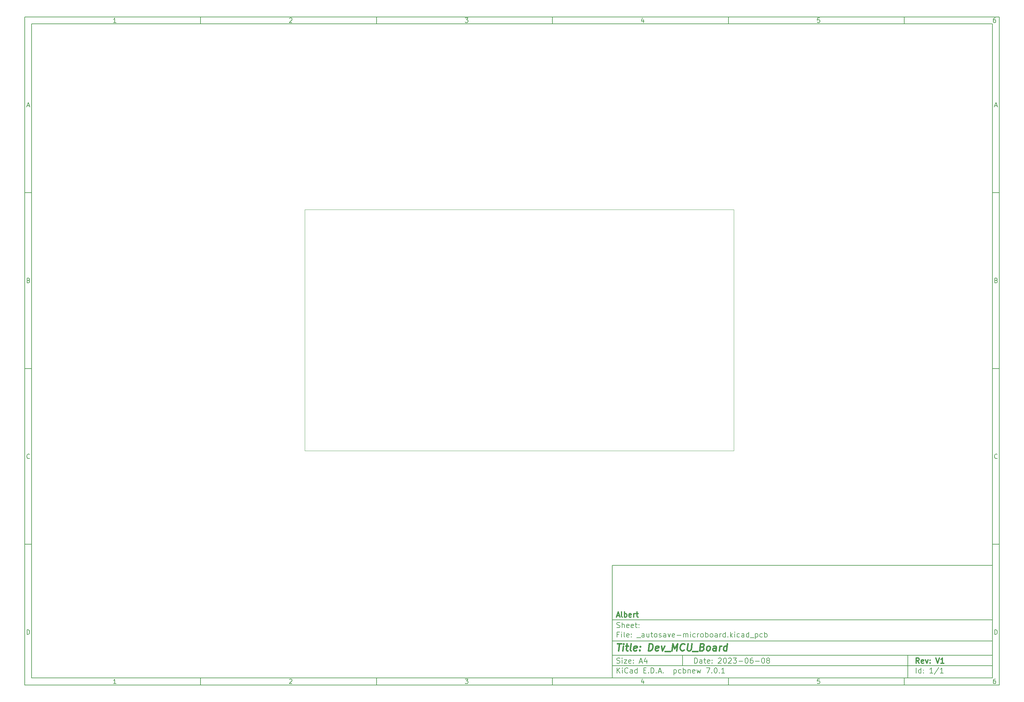
<source format=gbr>
%TF.GenerationSoftware,KiCad,Pcbnew,7.0.1*%
%TF.CreationDate,2023-06-08T12:37:54+02:00*%
%TF.ProjectId,_autosave-microboard,5f617574-6f73-4617-9665-2d6d6963726f,V1*%
%TF.SameCoordinates,Original*%
%TF.FileFunction,Profile,NP*%
%FSLAX46Y46*%
G04 Gerber Fmt 4.6, Leading zero omitted, Abs format (unit mm)*
G04 Created by KiCad (PCBNEW 7.0.1) date 2023-06-08 12:37:54*
%MOMM*%
%LPD*%
G01*
G04 APERTURE LIST*
%ADD10C,0.100000*%
%ADD11C,0.150000*%
%ADD12C,0.300000*%
%ADD13C,0.400000*%
%TA.AperFunction,Profile*%
%ADD14C,0.100000*%
%TD*%
G04 APERTURE END LIST*
D10*
D11*
X177002200Y-166007200D02*
X285002200Y-166007200D01*
X285002200Y-198007200D01*
X177002200Y-198007200D01*
X177002200Y-166007200D01*
D10*
D11*
X10000000Y-10000000D02*
X287002200Y-10000000D01*
X287002200Y-200007200D01*
X10000000Y-200007200D01*
X10000000Y-10000000D01*
D10*
D11*
X12000000Y-12000000D02*
X285002200Y-12000000D01*
X285002200Y-198007200D01*
X12000000Y-198007200D01*
X12000000Y-12000000D01*
D10*
D11*
X60000000Y-12000000D02*
X60000000Y-10000000D01*
D10*
D11*
X110000000Y-12000000D02*
X110000000Y-10000000D01*
D10*
D11*
X160000000Y-12000000D02*
X160000000Y-10000000D01*
D10*
D11*
X210000000Y-12000000D02*
X210000000Y-10000000D01*
D10*
D11*
X260000000Y-12000000D02*
X260000000Y-10000000D01*
D10*
D11*
X35990476Y-11601404D02*
X35247619Y-11601404D01*
X35619047Y-11601404D02*
X35619047Y-10301404D01*
X35619047Y-10301404D02*
X35495238Y-10487119D01*
X35495238Y-10487119D02*
X35371428Y-10610928D01*
X35371428Y-10610928D02*
X35247619Y-10672833D01*
D10*
D11*
X85247619Y-10425214D02*
X85309523Y-10363309D01*
X85309523Y-10363309D02*
X85433333Y-10301404D01*
X85433333Y-10301404D02*
X85742857Y-10301404D01*
X85742857Y-10301404D02*
X85866666Y-10363309D01*
X85866666Y-10363309D02*
X85928571Y-10425214D01*
X85928571Y-10425214D02*
X85990476Y-10549023D01*
X85990476Y-10549023D02*
X85990476Y-10672833D01*
X85990476Y-10672833D02*
X85928571Y-10858547D01*
X85928571Y-10858547D02*
X85185714Y-11601404D01*
X85185714Y-11601404D02*
X85990476Y-11601404D01*
D10*
D11*
X135185714Y-10301404D02*
X135990476Y-10301404D01*
X135990476Y-10301404D02*
X135557142Y-10796642D01*
X135557142Y-10796642D02*
X135742857Y-10796642D01*
X135742857Y-10796642D02*
X135866666Y-10858547D01*
X135866666Y-10858547D02*
X135928571Y-10920452D01*
X135928571Y-10920452D02*
X135990476Y-11044261D01*
X135990476Y-11044261D02*
X135990476Y-11353785D01*
X135990476Y-11353785D02*
X135928571Y-11477595D01*
X135928571Y-11477595D02*
X135866666Y-11539500D01*
X135866666Y-11539500D02*
X135742857Y-11601404D01*
X135742857Y-11601404D02*
X135371428Y-11601404D01*
X135371428Y-11601404D02*
X135247619Y-11539500D01*
X135247619Y-11539500D02*
X135185714Y-11477595D01*
D10*
D11*
X185866666Y-10734738D02*
X185866666Y-11601404D01*
X185557142Y-10239500D02*
X185247619Y-11168071D01*
X185247619Y-11168071D02*
X186052380Y-11168071D01*
D10*
D11*
X235928571Y-10301404D02*
X235309523Y-10301404D01*
X235309523Y-10301404D02*
X235247619Y-10920452D01*
X235247619Y-10920452D02*
X235309523Y-10858547D01*
X235309523Y-10858547D02*
X235433333Y-10796642D01*
X235433333Y-10796642D02*
X235742857Y-10796642D01*
X235742857Y-10796642D02*
X235866666Y-10858547D01*
X235866666Y-10858547D02*
X235928571Y-10920452D01*
X235928571Y-10920452D02*
X235990476Y-11044261D01*
X235990476Y-11044261D02*
X235990476Y-11353785D01*
X235990476Y-11353785D02*
X235928571Y-11477595D01*
X235928571Y-11477595D02*
X235866666Y-11539500D01*
X235866666Y-11539500D02*
X235742857Y-11601404D01*
X235742857Y-11601404D02*
X235433333Y-11601404D01*
X235433333Y-11601404D02*
X235309523Y-11539500D01*
X235309523Y-11539500D02*
X235247619Y-11477595D01*
D10*
D11*
X285866666Y-10301404D02*
X285619047Y-10301404D01*
X285619047Y-10301404D02*
X285495238Y-10363309D01*
X285495238Y-10363309D02*
X285433333Y-10425214D01*
X285433333Y-10425214D02*
X285309523Y-10610928D01*
X285309523Y-10610928D02*
X285247619Y-10858547D01*
X285247619Y-10858547D02*
X285247619Y-11353785D01*
X285247619Y-11353785D02*
X285309523Y-11477595D01*
X285309523Y-11477595D02*
X285371428Y-11539500D01*
X285371428Y-11539500D02*
X285495238Y-11601404D01*
X285495238Y-11601404D02*
X285742857Y-11601404D01*
X285742857Y-11601404D02*
X285866666Y-11539500D01*
X285866666Y-11539500D02*
X285928571Y-11477595D01*
X285928571Y-11477595D02*
X285990476Y-11353785D01*
X285990476Y-11353785D02*
X285990476Y-11044261D01*
X285990476Y-11044261D02*
X285928571Y-10920452D01*
X285928571Y-10920452D02*
X285866666Y-10858547D01*
X285866666Y-10858547D02*
X285742857Y-10796642D01*
X285742857Y-10796642D02*
X285495238Y-10796642D01*
X285495238Y-10796642D02*
X285371428Y-10858547D01*
X285371428Y-10858547D02*
X285309523Y-10920452D01*
X285309523Y-10920452D02*
X285247619Y-11044261D01*
D10*
D11*
X60000000Y-198007200D02*
X60000000Y-200007200D01*
D10*
D11*
X110000000Y-198007200D02*
X110000000Y-200007200D01*
D10*
D11*
X160000000Y-198007200D02*
X160000000Y-200007200D01*
D10*
D11*
X210000000Y-198007200D02*
X210000000Y-200007200D01*
D10*
D11*
X260000000Y-198007200D02*
X260000000Y-200007200D01*
D10*
D11*
X35990476Y-199608604D02*
X35247619Y-199608604D01*
X35619047Y-199608604D02*
X35619047Y-198308604D01*
X35619047Y-198308604D02*
X35495238Y-198494319D01*
X35495238Y-198494319D02*
X35371428Y-198618128D01*
X35371428Y-198618128D02*
X35247619Y-198680033D01*
D10*
D11*
X85247619Y-198432414D02*
X85309523Y-198370509D01*
X85309523Y-198370509D02*
X85433333Y-198308604D01*
X85433333Y-198308604D02*
X85742857Y-198308604D01*
X85742857Y-198308604D02*
X85866666Y-198370509D01*
X85866666Y-198370509D02*
X85928571Y-198432414D01*
X85928571Y-198432414D02*
X85990476Y-198556223D01*
X85990476Y-198556223D02*
X85990476Y-198680033D01*
X85990476Y-198680033D02*
X85928571Y-198865747D01*
X85928571Y-198865747D02*
X85185714Y-199608604D01*
X85185714Y-199608604D02*
X85990476Y-199608604D01*
D10*
D11*
X135185714Y-198308604D02*
X135990476Y-198308604D01*
X135990476Y-198308604D02*
X135557142Y-198803842D01*
X135557142Y-198803842D02*
X135742857Y-198803842D01*
X135742857Y-198803842D02*
X135866666Y-198865747D01*
X135866666Y-198865747D02*
X135928571Y-198927652D01*
X135928571Y-198927652D02*
X135990476Y-199051461D01*
X135990476Y-199051461D02*
X135990476Y-199360985D01*
X135990476Y-199360985D02*
X135928571Y-199484795D01*
X135928571Y-199484795D02*
X135866666Y-199546700D01*
X135866666Y-199546700D02*
X135742857Y-199608604D01*
X135742857Y-199608604D02*
X135371428Y-199608604D01*
X135371428Y-199608604D02*
X135247619Y-199546700D01*
X135247619Y-199546700D02*
X135185714Y-199484795D01*
D10*
D11*
X185866666Y-198741938D02*
X185866666Y-199608604D01*
X185557142Y-198246700D02*
X185247619Y-199175271D01*
X185247619Y-199175271D02*
X186052380Y-199175271D01*
D10*
D11*
X235928571Y-198308604D02*
X235309523Y-198308604D01*
X235309523Y-198308604D02*
X235247619Y-198927652D01*
X235247619Y-198927652D02*
X235309523Y-198865747D01*
X235309523Y-198865747D02*
X235433333Y-198803842D01*
X235433333Y-198803842D02*
X235742857Y-198803842D01*
X235742857Y-198803842D02*
X235866666Y-198865747D01*
X235866666Y-198865747D02*
X235928571Y-198927652D01*
X235928571Y-198927652D02*
X235990476Y-199051461D01*
X235990476Y-199051461D02*
X235990476Y-199360985D01*
X235990476Y-199360985D02*
X235928571Y-199484795D01*
X235928571Y-199484795D02*
X235866666Y-199546700D01*
X235866666Y-199546700D02*
X235742857Y-199608604D01*
X235742857Y-199608604D02*
X235433333Y-199608604D01*
X235433333Y-199608604D02*
X235309523Y-199546700D01*
X235309523Y-199546700D02*
X235247619Y-199484795D01*
D10*
D11*
X285866666Y-198308604D02*
X285619047Y-198308604D01*
X285619047Y-198308604D02*
X285495238Y-198370509D01*
X285495238Y-198370509D02*
X285433333Y-198432414D01*
X285433333Y-198432414D02*
X285309523Y-198618128D01*
X285309523Y-198618128D02*
X285247619Y-198865747D01*
X285247619Y-198865747D02*
X285247619Y-199360985D01*
X285247619Y-199360985D02*
X285309523Y-199484795D01*
X285309523Y-199484795D02*
X285371428Y-199546700D01*
X285371428Y-199546700D02*
X285495238Y-199608604D01*
X285495238Y-199608604D02*
X285742857Y-199608604D01*
X285742857Y-199608604D02*
X285866666Y-199546700D01*
X285866666Y-199546700D02*
X285928571Y-199484795D01*
X285928571Y-199484795D02*
X285990476Y-199360985D01*
X285990476Y-199360985D02*
X285990476Y-199051461D01*
X285990476Y-199051461D02*
X285928571Y-198927652D01*
X285928571Y-198927652D02*
X285866666Y-198865747D01*
X285866666Y-198865747D02*
X285742857Y-198803842D01*
X285742857Y-198803842D02*
X285495238Y-198803842D01*
X285495238Y-198803842D02*
X285371428Y-198865747D01*
X285371428Y-198865747D02*
X285309523Y-198927652D01*
X285309523Y-198927652D02*
X285247619Y-199051461D01*
D10*
D11*
X10000000Y-60000000D02*
X12000000Y-60000000D01*
D10*
D11*
X10000000Y-110000000D02*
X12000000Y-110000000D01*
D10*
D11*
X10000000Y-160000000D02*
X12000000Y-160000000D01*
D10*
D11*
X10690476Y-35229976D02*
X11309523Y-35229976D01*
X10566666Y-35601404D02*
X10999999Y-34301404D01*
X10999999Y-34301404D02*
X11433333Y-35601404D01*
D10*
D11*
X11092857Y-84920452D02*
X11278571Y-84982357D01*
X11278571Y-84982357D02*
X11340476Y-85044261D01*
X11340476Y-85044261D02*
X11402380Y-85168071D01*
X11402380Y-85168071D02*
X11402380Y-85353785D01*
X11402380Y-85353785D02*
X11340476Y-85477595D01*
X11340476Y-85477595D02*
X11278571Y-85539500D01*
X11278571Y-85539500D02*
X11154761Y-85601404D01*
X11154761Y-85601404D02*
X10659523Y-85601404D01*
X10659523Y-85601404D02*
X10659523Y-84301404D01*
X10659523Y-84301404D02*
X11092857Y-84301404D01*
X11092857Y-84301404D02*
X11216666Y-84363309D01*
X11216666Y-84363309D02*
X11278571Y-84425214D01*
X11278571Y-84425214D02*
X11340476Y-84549023D01*
X11340476Y-84549023D02*
X11340476Y-84672833D01*
X11340476Y-84672833D02*
X11278571Y-84796642D01*
X11278571Y-84796642D02*
X11216666Y-84858547D01*
X11216666Y-84858547D02*
X11092857Y-84920452D01*
X11092857Y-84920452D02*
X10659523Y-84920452D01*
D10*
D11*
X11402380Y-135477595D02*
X11340476Y-135539500D01*
X11340476Y-135539500D02*
X11154761Y-135601404D01*
X11154761Y-135601404D02*
X11030952Y-135601404D01*
X11030952Y-135601404D02*
X10845238Y-135539500D01*
X10845238Y-135539500D02*
X10721428Y-135415690D01*
X10721428Y-135415690D02*
X10659523Y-135291880D01*
X10659523Y-135291880D02*
X10597619Y-135044261D01*
X10597619Y-135044261D02*
X10597619Y-134858547D01*
X10597619Y-134858547D02*
X10659523Y-134610928D01*
X10659523Y-134610928D02*
X10721428Y-134487119D01*
X10721428Y-134487119D02*
X10845238Y-134363309D01*
X10845238Y-134363309D02*
X11030952Y-134301404D01*
X11030952Y-134301404D02*
X11154761Y-134301404D01*
X11154761Y-134301404D02*
X11340476Y-134363309D01*
X11340476Y-134363309D02*
X11402380Y-134425214D01*
D10*
D11*
X10659523Y-185601404D02*
X10659523Y-184301404D01*
X10659523Y-184301404D02*
X10969047Y-184301404D01*
X10969047Y-184301404D02*
X11154761Y-184363309D01*
X11154761Y-184363309D02*
X11278571Y-184487119D01*
X11278571Y-184487119D02*
X11340476Y-184610928D01*
X11340476Y-184610928D02*
X11402380Y-184858547D01*
X11402380Y-184858547D02*
X11402380Y-185044261D01*
X11402380Y-185044261D02*
X11340476Y-185291880D01*
X11340476Y-185291880D02*
X11278571Y-185415690D01*
X11278571Y-185415690D02*
X11154761Y-185539500D01*
X11154761Y-185539500D02*
X10969047Y-185601404D01*
X10969047Y-185601404D02*
X10659523Y-185601404D01*
D10*
D11*
X287002200Y-60000000D02*
X285002200Y-60000000D01*
D10*
D11*
X287002200Y-110000000D02*
X285002200Y-110000000D01*
D10*
D11*
X287002200Y-160000000D02*
X285002200Y-160000000D01*
D10*
D11*
X285692676Y-35229976D02*
X286311723Y-35229976D01*
X285568866Y-35601404D02*
X286002199Y-34301404D01*
X286002199Y-34301404D02*
X286435533Y-35601404D01*
D10*
D11*
X286095057Y-84920452D02*
X286280771Y-84982357D01*
X286280771Y-84982357D02*
X286342676Y-85044261D01*
X286342676Y-85044261D02*
X286404580Y-85168071D01*
X286404580Y-85168071D02*
X286404580Y-85353785D01*
X286404580Y-85353785D02*
X286342676Y-85477595D01*
X286342676Y-85477595D02*
X286280771Y-85539500D01*
X286280771Y-85539500D02*
X286156961Y-85601404D01*
X286156961Y-85601404D02*
X285661723Y-85601404D01*
X285661723Y-85601404D02*
X285661723Y-84301404D01*
X285661723Y-84301404D02*
X286095057Y-84301404D01*
X286095057Y-84301404D02*
X286218866Y-84363309D01*
X286218866Y-84363309D02*
X286280771Y-84425214D01*
X286280771Y-84425214D02*
X286342676Y-84549023D01*
X286342676Y-84549023D02*
X286342676Y-84672833D01*
X286342676Y-84672833D02*
X286280771Y-84796642D01*
X286280771Y-84796642D02*
X286218866Y-84858547D01*
X286218866Y-84858547D02*
X286095057Y-84920452D01*
X286095057Y-84920452D02*
X285661723Y-84920452D01*
D10*
D11*
X286404580Y-135477595D02*
X286342676Y-135539500D01*
X286342676Y-135539500D02*
X286156961Y-135601404D01*
X286156961Y-135601404D02*
X286033152Y-135601404D01*
X286033152Y-135601404D02*
X285847438Y-135539500D01*
X285847438Y-135539500D02*
X285723628Y-135415690D01*
X285723628Y-135415690D02*
X285661723Y-135291880D01*
X285661723Y-135291880D02*
X285599819Y-135044261D01*
X285599819Y-135044261D02*
X285599819Y-134858547D01*
X285599819Y-134858547D02*
X285661723Y-134610928D01*
X285661723Y-134610928D02*
X285723628Y-134487119D01*
X285723628Y-134487119D02*
X285847438Y-134363309D01*
X285847438Y-134363309D02*
X286033152Y-134301404D01*
X286033152Y-134301404D02*
X286156961Y-134301404D01*
X286156961Y-134301404D02*
X286342676Y-134363309D01*
X286342676Y-134363309D02*
X286404580Y-134425214D01*
D10*
D11*
X285661723Y-185601404D02*
X285661723Y-184301404D01*
X285661723Y-184301404D02*
X285971247Y-184301404D01*
X285971247Y-184301404D02*
X286156961Y-184363309D01*
X286156961Y-184363309D02*
X286280771Y-184487119D01*
X286280771Y-184487119D02*
X286342676Y-184610928D01*
X286342676Y-184610928D02*
X286404580Y-184858547D01*
X286404580Y-184858547D02*
X286404580Y-185044261D01*
X286404580Y-185044261D02*
X286342676Y-185291880D01*
X286342676Y-185291880D02*
X286280771Y-185415690D01*
X286280771Y-185415690D02*
X286156961Y-185539500D01*
X286156961Y-185539500D02*
X285971247Y-185601404D01*
X285971247Y-185601404D02*
X285661723Y-185601404D01*
D10*
D11*
X200359342Y-193801128D02*
X200359342Y-192301128D01*
X200359342Y-192301128D02*
X200716485Y-192301128D01*
X200716485Y-192301128D02*
X200930771Y-192372557D01*
X200930771Y-192372557D02*
X201073628Y-192515414D01*
X201073628Y-192515414D02*
X201145057Y-192658271D01*
X201145057Y-192658271D02*
X201216485Y-192943985D01*
X201216485Y-192943985D02*
X201216485Y-193158271D01*
X201216485Y-193158271D02*
X201145057Y-193443985D01*
X201145057Y-193443985D02*
X201073628Y-193586842D01*
X201073628Y-193586842D02*
X200930771Y-193729700D01*
X200930771Y-193729700D02*
X200716485Y-193801128D01*
X200716485Y-193801128D02*
X200359342Y-193801128D01*
X202502200Y-193801128D02*
X202502200Y-193015414D01*
X202502200Y-193015414D02*
X202430771Y-192872557D01*
X202430771Y-192872557D02*
X202287914Y-192801128D01*
X202287914Y-192801128D02*
X202002200Y-192801128D01*
X202002200Y-192801128D02*
X201859342Y-192872557D01*
X202502200Y-193729700D02*
X202359342Y-193801128D01*
X202359342Y-193801128D02*
X202002200Y-193801128D01*
X202002200Y-193801128D02*
X201859342Y-193729700D01*
X201859342Y-193729700D02*
X201787914Y-193586842D01*
X201787914Y-193586842D02*
X201787914Y-193443985D01*
X201787914Y-193443985D02*
X201859342Y-193301128D01*
X201859342Y-193301128D02*
X202002200Y-193229700D01*
X202002200Y-193229700D02*
X202359342Y-193229700D01*
X202359342Y-193229700D02*
X202502200Y-193158271D01*
X203002200Y-192801128D02*
X203573628Y-192801128D01*
X203216485Y-192301128D02*
X203216485Y-193586842D01*
X203216485Y-193586842D02*
X203287914Y-193729700D01*
X203287914Y-193729700D02*
X203430771Y-193801128D01*
X203430771Y-193801128D02*
X203573628Y-193801128D01*
X204645057Y-193729700D02*
X204502200Y-193801128D01*
X204502200Y-193801128D02*
X204216486Y-193801128D01*
X204216486Y-193801128D02*
X204073628Y-193729700D01*
X204073628Y-193729700D02*
X204002200Y-193586842D01*
X204002200Y-193586842D02*
X204002200Y-193015414D01*
X204002200Y-193015414D02*
X204073628Y-192872557D01*
X204073628Y-192872557D02*
X204216486Y-192801128D01*
X204216486Y-192801128D02*
X204502200Y-192801128D01*
X204502200Y-192801128D02*
X204645057Y-192872557D01*
X204645057Y-192872557D02*
X204716486Y-193015414D01*
X204716486Y-193015414D02*
X204716486Y-193158271D01*
X204716486Y-193158271D02*
X204002200Y-193301128D01*
X205359342Y-193658271D02*
X205430771Y-193729700D01*
X205430771Y-193729700D02*
X205359342Y-193801128D01*
X205359342Y-193801128D02*
X205287914Y-193729700D01*
X205287914Y-193729700D02*
X205359342Y-193658271D01*
X205359342Y-193658271D02*
X205359342Y-193801128D01*
X205359342Y-192872557D02*
X205430771Y-192943985D01*
X205430771Y-192943985D02*
X205359342Y-193015414D01*
X205359342Y-193015414D02*
X205287914Y-192943985D01*
X205287914Y-192943985D02*
X205359342Y-192872557D01*
X205359342Y-192872557D02*
X205359342Y-193015414D01*
X207145057Y-192443985D02*
X207216485Y-192372557D01*
X207216485Y-192372557D02*
X207359343Y-192301128D01*
X207359343Y-192301128D02*
X207716485Y-192301128D01*
X207716485Y-192301128D02*
X207859343Y-192372557D01*
X207859343Y-192372557D02*
X207930771Y-192443985D01*
X207930771Y-192443985D02*
X208002200Y-192586842D01*
X208002200Y-192586842D02*
X208002200Y-192729700D01*
X208002200Y-192729700D02*
X207930771Y-192943985D01*
X207930771Y-192943985D02*
X207073628Y-193801128D01*
X207073628Y-193801128D02*
X208002200Y-193801128D01*
X208930771Y-192301128D02*
X209073628Y-192301128D01*
X209073628Y-192301128D02*
X209216485Y-192372557D01*
X209216485Y-192372557D02*
X209287914Y-192443985D01*
X209287914Y-192443985D02*
X209359342Y-192586842D01*
X209359342Y-192586842D02*
X209430771Y-192872557D01*
X209430771Y-192872557D02*
X209430771Y-193229700D01*
X209430771Y-193229700D02*
X209359342Y-193515414D01*
X209359342Y-193515414D02*
X209287914Y-193658271D01*
X209287914Y-193658271D02*
X209216485Y-193729700D01*
X209216485Y-193729700D02*
X209073628Y-193801128D01*
X209073628Y-193801128D02*
X208930771Y-193801128D01*
X208930771Y-193801128D02*
X208787914Y-193729700D01*
X208787914Y-193729700D02*
X208716485Y-193658271D01*
X208716485Y-193658271D02*
X208645056Y-193515414D01*
X208645056Y-193515414D02*
X208573628Y-193229700D01*
X208573628Y-193229700D02*
X208573628Y-192872557D01*
X208573628Y-192872557D02*
X208645056Y-192586842D01*
X208645056Y-192586842D02*
X208716485Y-192443985D01*
X208716485Y-192443985D02*
X208787914Y-192372557D01*
X208787914Y-192372557D02*
X208930771Y-192301128D01*
X210002199Y-192443985D02*
X210073627Y-192372557D01*
X210073627Y-192372557D02*
X210216485Y-192301128D01*
X210216485Y-192301128D02*
X210573627Y-192301128D01*
X210573627Y-192301128D02*
X210716485Y-192372557D01*
X210716485Y-192372557D02*
X210787913Y-192443985D01*
X210787913Y-192443985D02*
X210859342Y-192586842D01*
X210859342Y-192586842D02*
X210859342Y-192729700D01*
X210859342Y-192729700D02*
X210787913Y-192943985D01*
X210787913Y-192943985D02*
X209930770Y-193801128D01*
X209930770Y-193801128D02*
X210859342Y-193801128D01*
X211359341Y-192301128D02*
X212287913Y-192301128D01*
X212287913Y-192301128D02*
X211787913Y-192872557D01*
X211787913Y-192872557D02*
X212002198Y-192872557D01*
X212002198Y-192872557D02*
X212145056Y-192943985D01*
X212145056Y-192943985D02*
X212216484Y-193015414D01*
X212216484Y-193015414D02*
X212287913Y-193158271D01*
X212287913Y-193158271D02*
X212287913Y-193515414D01*
X212287913Y-193515414D02*
X212216484Y-193658271D01*
X212216484Y-193658271D02*
X212145056Y-193729700D01*
X212145056Y-193729700D02*
X212002198Y-193801128D01*
X212002198Y-193801128D02*
X211573627Y-193801128D01*
X211573627Y-193801128D02*
X211430770Y-193729700D01*
X211430770Y-193729700D02*
X211359341Y-193658271D01*
X212930769Y-193229700D02*
X214073627Y-193229700D01*
X215073627Y-192301128D02*
X215216484Y-192301128D01*
X215216484Y-192301128D02*
X215359341Y-192372557D01*
X215359341Y-192372557D02*
X215430770Y-192443985D01*
X215430770Y-192443985D02*
X215502198Y-192586842D01*
X215502198Y-192586842D02*
X215573627Y-192872557D01*
X215573627Y-192872557D02*
X215573627Y-193229700D01*
X215573627Y-193229700D02*
X215502198Y-193515414D01*
X215502198Y-193515414D02*
X215430770Y-193658271D01*
X215430770Y-193658271D02*
X215359341Y-193729700D01*
X215359341Y-193729700D02*
X215216484Y-193801128D01*
X215216484Y-193801128D02*
X215073627Y-193801128D01*
X215073627Y-193801128D02*
X214930770Y-193729700D01*
X214930770Y-193729700D02*
X214859341Y-193658271D01*
X214859341Y-193658271D02*
X214787912Y-193515414D01*
X214787912Y-193515414D02*
X214716484Y-193229700D01*
X214716484Y-193229700D02*
X214716484Y-192872557D01*
X214716484Y-192872557D02*
X214787912Y-192586842D01*
X214787912Y-192586842D02*
X214859341Y-192443985D01*
X214859341Y-192443985D02*
X214930770Y-192372557D01*
X214930770Y-192372557D02*
X215073627Y-192301128D01*
X216859341Y-192301128D02*
X216573626Y-192301128D01*
X216573626Y-192301128D02*
X216430769Y-192372557D01*
X216430769Y-192372557D02*
X216359341Y-192443985D01*
X216359341Y-192443985D02*
X216216483Y-192658271D01*
X216216483Y-192658271D02*
X216145055Y-192943985D01*
X216145055Y-192943985D02*
X216145055Y-193515414D01*
X216145055Y-193515414D02*
X216216483Y-193658271D01*
X216216483Y-193658271D02*
X216287912Y-193729700D01*
X216287912Y-193729700D02*
X216430769Y-193801128D01*
X216430769Y-193801128D02*
X216716483Y-193801128D01*
X216716483Y-193801128D02*
X216859341Y-193729700D01*
X216859341Y-193729700D02*
X216930769Y-193658271D01*
X216930769Y-193658271D02*
X217002198Y-193515414D01*
X217002198Y-193515414D02*
X217002198Y-193158271D01*
X217002198Y-193158271D02*
X216930769Y-193015414D01*
X216930769Y-193015414D02*
X216859341Y-192943985D01*
X216859341Y-192943985D02*
X216716483Y-192872557D01*
X216716483Y-192872557D02*
X216430769Y-192872557D01*
X216430769Y-192872557D02*
X216287912Y-192943985D01*
X216287912Y-192943985D02*
X216216483Y-193015414D01*
X216216483Y-193015414D02*
X216145055Y-193158271D01*
X217645054Y-193229700D02*
X218787912Y-193229700D01*
X219787912Y-192301128D02*
X219930769Y-192301128D01*
X219930769Y-192301128D02*
X220073626Y-192372557D01*
X220073626Y-192372557D02*
X220145055Y-192443985D01*
X220145055Y-192443985D02*
X220216483Y-192586842D01*
X220216483Y-192586842D02*
X220287912Y-192872557D01*
X220287912Y-192872557D02*
X220287912Y-193229700D01*
X220287912Y-193229700D02*
X220216483Y-193515414D01*
X220216483Y-193515414D02*
X220145055Y-193658271D01*
X220145055Y-193658271D02*
X220073626Y-193729700D01*
X220073626Y-193729700D02*
X219930769Y-193801128D01*
X219930769Y-193801128D02*
X219787912Y-193801128D01*
X219787912Y-193801128D02*
X219645055Y-193729700D01*
X219645055Y-193729700D02*
X219573626Y-193658271D01*
X219573626Y-193658271D02*
X219502197Y-193515414D01*
X219502197Y-193515414D02*
X219430769Y-193229700D01*
X219430769Y-193229700D02*
X219430769Y-192872557D01*
X219430769Y-192872557D02*
X219502197Y-192586842D01*
X219502197Y-192586842D02*
X219573626Y-192443985D01*
X219573626Y-192443985D02*
X219645055Y-192372557D01*
X219645055Y-192372557D02*
X219787912Y-192301128D01*
X221145054Y-192943985D02*
X221002197Y-192872557D01*
X221002197Y-192872557D02*
X220930768Y-192801128D01*
X220930768Y-192801128D02*
X220859340Y-192658271D01*
X220859340Y-192658271D02*
X220859340Y-192586842D01*
X220859340Y-192586842D02*
X220930768Y-192443985D01*
X220930768Y-192443985D02*
X221002197Y-192372557D01*
X221002197Y-192372557D02*
X221145054Y-192301128D01*
X221145054Y-192301128D02*
X221430768Y-192301128D01*
X221430768Y-192301128D02*
X221573626Y-192372557D01*
X221573626Y-192372557D02*
X221645054Y-192443985D01*
X221645054Y-192443985D02*
X221716483Y-192586842D01*
X221716483Y-192586842D02*
X221716483Y-192658271D01*
X221716483Y-192658271D02*
X221645054Y-192801128D01*
X221645054Y-192801128D02*
X221573626Y-192872557D01*
X221573626Y-192872557D02*
X221430768Y-192943985D01*
X221430768Y-192943985D02*
X221145054Y-192943985D01*
X221145054Y-192943985D02*
X221002197Y-193015414D01*
X221002197Y-193015414D02*
X220930768Y-193086842D01*
X220930768Y-193086842D02*
X220859340Y-193229700D01*
X220859340Y-193229700D02*
X220859340Y-193515414D01*
X220859340Y-193515414D02*
X220930768Y-193658271D01*
X220930768Y-193658271D02*
X221002197Y-193729700D01*
X221002197Y-193729700D02*
X221145054Y-193801128D01*
X221145054Y-193801128D02*
X221430768Y-193801128D01*
X221430768Y-193801128D02*
X221573626Y-193729700D01*
X221573626Y-193729700D02*
X221645054Y-193658271D01*
X221645054Y-193658271D02*
X221716483Y-193515414D01*
X221716483Y-193515414D02*
X221716483Y-193229700D01*
X221716483Y-193229700D02*
X221645054Y-193086842D01*
X221645054Y-193086842D02*
X221573626Y-193015414D01*
X221573626Y-193015414D02*
X221430768Y-192943985D01*
D10*
D11*
X177002200Y-194507200D02*
X285002200Y-194507200D01*
D10*
D11*
X178359342Y-196601128D02*
X178359342Y-195101128D01*
X179216485Y-196601128D02*
X178573628Y-195743985D01*
X179216485Y-195101128D02*
X178359342Y-195958271D01*
X179859342Y-196601128D02*
X179859342Y-195601128D01*
X179859342Y-195101128D02*
X179787914Y-195172557D01*
X179787914Y-195172557D02*
X179859342Y-195243985D01*
X179859342Y-195243985D02*
X179930771Y-195172557D01*
X179930771Y-195172557D02*
X179859342Y-195101128D01*
X179859342Y-195101128D02*
X179859342Y-195243985D01*
X181430771Y-196458271D02*
X181359343Y-196529700D01*
X181359343Y-196529700D02*
X181145057Y-196601128D01*
X181145057Y-196601128D02*
X181002200Y-196601128D01*
X181002200Y-196601128D02*
X180787914Y-196529700D01*
X180787914Y-196529700D02*
X180645057Y-196386842D01*
X180645057Y-196386842D02*
X180573628Y-196243985D01*
X180573628Y-196243985D02*
X180502200Y-195958271D01*
X180502200Y-195958271D02*
X180502200Y-195743985D01*
X180502200Y-195743985D02*
X180573628Y-195458271D01*
X180573628Y-195458271D02*
X180645057Y-195315414D01*
X180645057Y-195315414D02*
X180787914Y-195172557D01*
X180787914Y-195172557D02*
X181002200Y-195101128D01*
X181002200Y-195101128D02*
X181145057Y-195101128D01*
X181145057Y-195101128D02*
X181359343Y-195172557D01*
X181359343Y-195172557D02*
X181430771Y-195243985D01*
X182716486Y-196601128D02*
X182716486Y-195815414D01*
X182716486Y-195815414D02*
X182645057Y-195672557D01*
X182645057Y-195672557D02*
X182502200Y-195601128D01*
X182502200Y-195601128D02*
X182216486Y-195601128D01*
X182216486Y-195601128D02*
X182073628Y-195672557D01*
X182716486Y-196529700D02*
X182573628Y-196601128D01*
X182573628Y-196601128D02*
X182216486Y-196601128D01*
X182216486Y-196601128D02*
X182073628Y-196529700D01*
X182073628Y-196529700D02*
X182002200Y-196386842D01*
X182002200Y-196386842D02*
X182002200Y-196243985D01*
X182002200Y-196243985D02*
X182073628Y-196101128D01*
X182073628Y-196101128D02*
X182216486Y-196029700D01*
X182216486Y-196029700D02*
X182573628Y-196029700D01*
X182573628Y-196029700D02*
X182716486Y-195958271D01*
X184073629Y-196601128D02*
X184073629Y-195101128D01*
X184073629Y-196529700D02*
X183930771Y-196601128D01*
X183930771Y-196601128D02*
X183645057Y-196601128D01*
X183645057Y-196601128D02*
X183502200Y-196529700D01*
X183502200Y-196529700D02*
X183430771Y-196458271D01*
X183430771Y-196458271D02*
X183359343Y-196315414D01*
X183359343Y-196315414D02*
X183359343Y-195886842D01*
X183359343Y-195886842D02*
X183430771Y-195743985D01*
X183430771Y-195743985D02*
X183502200Y-195672557D01*
X183502200Y-195672557D02*
X183645057Y-195601128D01*
X183645057Y-195601128D02*
X183930771Y-195601128D01*
X183930771Y-195601128D02*
X184073629Y-195672557D01*
X185930771Y-195815414D02*
X186430771Y-195815414D01*
X186645057Y-196601128D02*
X185930771Y-196601128D01*
X185930771Y-196601128D02*
X185930771Y-195101128D01*
X185930771Y-195101128D02*
X186645057Y-195101128D01*
X187287914Y-196458271D02*
X187359343Y-196529700D01*
X187359343Y-196529700D02*
X187287914Y-196601128D01*
X187287914Y-196601128D02*
X187216486Y-196529700D01*
X187216486Y-196529700D02*
X187287914Y-196458271D01*
X187287914Y-196458271D02*
X187287914Y-196601128D01*
X188002200Y-196601128D02*
X188002200Y-195101128D01*
X188002200Y-195101128D02*
X188359343Y-195101128D01*
X188359343Y-195101128D02*
X188573629Y-195172557D01*
X188573629Y-195172557D02*
X188716486Y-195315414D01*
X188716486Y-195315414D02*
X188787915Y-195458271D01*
X188787915Y-195458271D02*
X188859343Y-195743985D01*
X188859343Y-195743985D02*
X188859343Y-195958271D01*
X188859343Y-195958271D02*
X188787915Y-196243985D01*
X188787915Y-196243985D02*
X188716486Y-196386842D01*
X188716486Y-196386842D02*
X188573629Y-196529700D01*
X188573629Y-196529700D02*
X188359343Y-196601128D01*
X188359343Y-196601128D02*
X188002200Y-196601128D01*
X189502200Y-196458271D02*
X189573629Y-196529700D01*
X189573629Y-196529700D02*
X189502200Y-196601128D01*
X189502200Y-196601128D02*
X189430772Y-196529700D01*
X189430772Y-196529700D02*
X189502200Y-196458271D01*
X189502200Y-196458271D02*
X189502200Y-196601128D01*
X190145058Y-196172557D02*
X190859344Y-196172557D01*
X190002201Y-196601128D02*
X190502201Y-195101128D01*
X190502201Y-195101128D02*
X191002201Y-196601128D01*
X191502200Y-196458271D02*
X191573629Y-196529700D01*
X191573629Y-196529700D02*
X191502200Y-196601128D01*
X191502200Y-196601128D02*
X191430772Y-196529700D01*
X191430772Y-196529700D02*
X191502200Y-196458271D01*
X191502200Y-196458271D02*
X191502200Y-196601128D01*
X194502200Y-195601128D02*
X194502200Y-197101128D01*
X194502200Y-195672557D02*
X194645058Y-195601128D01*
X194645058Y-195601128D02*
X194930772Y-195601128D01*
X194930772Y-195601128D02*
X195073629Y-195672557D01*
X195073629Y-195672557D02*
X195145058Y-195743985D01*
X195145058Y-195743985D02*
X195216486Y-195886842D01*
X195216486Y-195886842D02*
X195216486Y-196315414D01*
X195216486Y-196315414D02*
X195145058Y-196458271D01*
X195145058Y-196458271D02*
X195073629Y-196529700D01*
X195073629Y-196529700D02*
X194930772Y-196601128D01*
X194930772Y-196601128D02*
X194645058Y-196601128D01*
X194645058Y-196601128D02*
X194502200Y-196529700D01*
X196502201Y-196529700D02*
X196359343Y-196601128D01*
X196359343Y-196601128D02*
X196073629Y-196601128D01*
X196073629Y-196601128D02*
X195930772Y-196529700D01*
X195930772Y-196529700D02*
X195859343Y-196458271D01*
X195859343Y-196458271D02*
X195787915Y-196315414D01*
X195787915Y-196315414D02*
X195787915Y-195886842D01*
X195787915Y-195886842D02*
X195859343Y-195743985D01*
X195859343Y-195743985D02*
X195930772Y-195672557D01*
X195930772Y-195672557D02*
X196073629Y-195601128D01*
X196073629Y-195601128D02*
X196359343Y-195601128D01*
X196359343Y-195601128D02*
X196502201Y-195672557D01*
X197145057Y-196601128D02*
X197145057Y-195101128D01*
X197145057Y-195672557D02*
X197287915Y-195601128D01*
X197287915Y-195601128D02*
X197573629Y-195601128D01*
X197573629Y-195601128D02*
X197716486Y-195672557D01*
X197716486Y-195672557D02*
X197787915Y-195743985D01*
X197787915Y-195743985D02*
X197859343Y-195886842D01*
X197859343Y-195886842D02*
X197859343Y-196315414D01*
X197859343Y-196315414D02*
X197787915Y-196458271D01*
X197787915Y-196458271D02*
X197716486Y-196529700D01*
X197716486Y-196529700D02*
X197573629Y-196601128D01*
X197573629Y-196601128D02*
X197287915Y-196601128D01*
X197287915Y-196601128D02*
X197145057Y-196529700D01*
X198502200Y-195601128D02*
X198502200Y-196601128D01*
X198502200Y-195743985D02*
X198573629Y-195672557D01*
X198573629Y-195672557D02*
X198716486Y-195601128D01*
X198716486Y-195601128D02*
X198930772Y-195601128D01*
X198930772Y-195601128D02*
X199073629Y-195672557D01*
X199073629Y-195672557D02*
X199145058Y-195815414D01*
X199145058Y-195815414D02*
X199145058Y-196601128D01*
X200430772Y-196529700D02*
X200287915Y-196601128D01*
X200287915Y-196601128D02*
X200002201Y-196601128D01*
X200002201Y-196601128D02*
X199859343Y-196529700D01*
X199859343Y-196529700D02*
X199787915Y-196386842D01*
X199787915Y-196386842D02*
X199787915Y-195815414D01*
X199787915Y-195815414D02*
X199859343Y-195672557D01*
X199859343Y-195672557D02*
X200002201Y-195601128D01*
X200002201Y-195601128D02*
X200287915Y-195601128D01*
X200287915Y-195601128D02*
X200430772Y-195672557D01*
X200430772Y-195672557D02*
X200502201Y-195815414D01*
X200502201Y-195815414D02*
X200502201Y-195958271D01*
X200502201Y-195958271D02*
X199787915Y-196101128D01*
X201002200Y-195601128D02*
X201287915Y-196601128D01*
X201287915Y-196601128D02*
X201573629Y-195886842D01*
X201573629Y-195886842D02*
X201859343Y-196601128D01*
X201859343Y-196601128D02*
X202145057Y-195601128D01*
X203716486Y-195101128D02*
X204716486Y-195101128D01*
X204716486Y-195101128D02*
X204073629Y-196601128D01*
X205287914Y-196458271D02*
X205359343Y-196529700D01*
X205359343Y-196529700D02*
X205287914Y-196601128D01*
X205287914Y-196601128D02*
X205216486Y-196529700D01*
X205216486Y-196529700D02*
X205287914Y-196458271D01*
X205287914Y-196458271D02*
X205287914Y-196601128D01*
X206287915Y-195101128D02*
X206430772Y-195101128D01*
X206430772Y-195101128D02*
X206573629Y-195172557D01*
X206573629Y-195172557D02*
X206645058Y-195243985D01*
X206645058Y-195243985D02*
X206716486Y-195386842D01*
X206716486Y-195386842D02*
X206787915Y-195672557D01*
X206787915Y-195672557D02*
X206787915Y-196029700D01*
X206787915Y-196029700D02*
X206716486Y-196315414D01*
X206716486Y-196315414D02*
X206645058Y-196458271D01*
X206645058Y-196458271D02*
X206573629Y-196529700D01*
X206573629Y-196529700D02*
X206430772Y-196601128D01*
X206430772Y-196601128D02*
X206287915Y-196601128D01*
X206287915Y-196601128D02*
X206145058Y-196529700D01*
X206145058Y-196529700D02*
X206073629Y-196458271D01*
X206073629Y-196458271D02*
X206002200Y-196315414D01*
X206002200Y-196315414D02*
X205930772Y-196029700D01*
X205930772Y-196029700D02*
X205930772Y-195672557D01*
X205930772Y-195672557D02*
X206002200Y-195386842D01*
X206002200Y-195386842D02*
X206073629Y-195243985D01*
X206073629Y-195243985D02*
X206145058Y-195172557D01*
X206145058Y-195172557D02*
X206287915Y-195101128D01*
X207430771Y-196458271D02*
X207502200Y-196529700D01*
X207502200Y-196529700D02*
X207430771Y-196601128D01*
X207430771Y-196601128D02*
X207359343Y-196529700D01*
X207359343Y-196529700D02*
X207430771Y-196458271D01*
X207430771Y-196458271D02*
X207430771Y-196601128D01*
X208930772Y-196601128D02*
X208073629Y-196601128D01*
X208502200Y-196601128D02*
X208502200Y-195101128D01*
X208502200Y-195101128D02*
X208359343Y-195315414D01*
X208359343Y-195315414D02*
X208216486Y-195458271D01*
X208216486Y-195458271D02*
X208073629Y-195529700D01*
D10*
D11*
X177002200Y-191507200D02*
X285002200Y-191507200D01*
D10*
D12*
X264216485Y-193801128D02*
X263716485Y-193086842D01*
X263359342Y-193801128D02*
X263359342Y-192301128D01*
X263359342Y-192301128D02*
X263930771Y-192301128D01*
X263930771Y-192301128D02*
X264073628Y-192372557D01*
X264073628Y-192372557D02*
X264145057Y-192443985D01*
X264145057Y-192443985D02*
X264216485Y-192586842D01*
X264216485Y-192586842D02*
X264216485Y-192801128D01*
X264216485Y-192801128D02*
X264145057Y-192943985D01*
X264145057Y-192943985D02*
X264073628Y-193015414D01*
X264073628Y-193015414D02*
X263930771Y-193086842D01*
X263930771Y-193086842D02*
X263359342Y-193086842D01*
X265430771Y-193729700D02*
X265287914Y-193801128D01*
X265287914Y-193801128D02*
X265002200Y-193801128D01*
X265002200Y-193801128D02*
X264859342Y-193729700D01*
X264859342Y-193729700D02*
X264787914Y-193586842D01*
X264787914Y-193586842D02*
X264787914Y-193015414D01*
X264787914Y-193015414D02*
X264859342Y-192872557D01*
X264859342Y-192872557D02*
X265002200Y-192801128D01*
X265002200Y-192801128D02*
X265287914Y-192801128D01*
X265287914Y-192801128D02*
X265430771Y-192872557D01*
X265430771Y-192872557D02*
X265502200Y-193015414D01*
X265502200Y-193015414D02*
X265502200Y-193158271D01*
X265502200Y-193158271D02*
X264787914Y-193301128D01*
X266002199Y-192801128D02*
X266359342Y-193801128D01*
X266359342Y-193801128D02*
X266716485Y-192801128D01*
X267287913Y-193658271D02*
X267359342Y-193729700D01*
X267359342Y-193729700D02*
X267287913Y-193801128D01*
X267287913Y-193801128D02*
X267216485Y-193729700D01*
X267216485Y-193729700D02*
X267287913Y-193658271D01*
X267287913Y-193658271D02*
X267287913Y-193801128D01*
X267287913Y-192872557D02*
X267359342Y-192943985D01*
X267359342Y-192943985D02*
X267287913Y-193015414D01*
X267287913Y-193015414D02*
X267216485Y-192943985D01*
X267216485Y-192943985D02*
X267287913Y-192872557D01*
X267287913Y-192872557D02*
X267287913Y-193015414D01*
X268930771Y-192301128D02*
X269430771Y-193801128D01*
X269430771Y-193801128D02*
X269930771Y-192301128D01*
X271216485Y-193801128D02*
X270359342Y-193801128D01*
X270787913Y-193801128D02*
X270787913Y-192301128D01*
X270787913Y-192301128D02*
X270645056Y-192515414D01*
X270645056Y-192515414D02*
X270502199Y-192658271D01*
X270502199Y-192658271D02*
X270359342Y-192729700D01*
D10*
D11*
X178287914Y-193729700D02*
X178502200Y-193801128D01*
X178502200Y-193801128D02*
X178859342Y-193801128D01*
X178859342Y-193801128D02*
X179002200Y-193729700D01*
X179002200Y-193729700D02*
X179073628Y-193658271D01*
X179073628Y-193658271D02*
X179145057Y-193515414D01*
X179145057Y-193515414D02*
X179145057Y-193372557D01*
X179145057Y-193372557D02*
X179073628Y-193229700D01*
X179073628Y-193229700D02*
X179002200Y-193158271D01*
X179002200Y-193158271D02*
X178859342Y-193086842D01*
X178859342Y-193086842D02*
X178573628Y-193015414D01*
X178573628Y-193015414D02*
X178430771Y-192943985D01*
X178430771Y-192943985D02*
X178359342Y-192872557D01*
X178359342Y-192872557D02*
X178287914Y-192729700D01*
X178287914Y-192729700D02*
X178287914Y-192586842D01*
X178287914Y-192586842D02*
X178359342Y-192443985D01*
X178359342Y-192443985D02*
X178430771Y-192372557D01*
X178430771Y-192372557D02*
X178573628Y-192301128D01*
X178573628Y-192301128D02*
X178930771Y-192301128D01*
X178930771Y-192301128D02*
X179145057Y-192372557D01*
X179787913Y-193801128D02*
X179787913Y-192801128D01*
X179787913Y-192301128D02*
X179716485Y-192372557D01*
X179716485Y-192372557D02*
X179787913Y-192443985D01*
X179787913Y-192443985D02*
X179859342Y-192372557D01*
X179859342Y-192372557D02*
X179787913Y-192301128D01*
X179787913Y-192301128D02*
X179787913Y-192443985D01*
X180359342Y-192801128D02*
X181145057Y-192801128D01*
X181145057Y-192801128D02*
X180359342Y-193801128D01*
X180359342Y-193801128D02*
X181145057Y-193801128D01*
X182287914Y-193729700D02*
X182145057Y-193801128D01*
X182145057Y-193801128D02*
X181859343Y-193801128D01*
X181859343Y-193801128D02*
X181716485Y-193729700D01*
X181716485Y-193729700D02*
X181645057Y-193586842D01*
X181645057Y-193586842D02*
X181645057Y-193015414D01*
X181645057Y-193015414D02*
X181716485Y-192872557D01*
X181716485Y-192872557D02*
X181859343Y-192801128D01*
X181859343Y-192801128D02*
X182145057Y-192801128D01*
X182145057Y-192801128D02*
X182287914Y-192872557D01*
X182287914Y-192872557D02*
X182359343Y-193015414D01*
X182359343Y-193015414D02*
X182359343Y-193158271D01*
X182359343Y-193158271D02*
X181645057Y-193301128D01*
X183002199Y-193658271D02*
X183073628Y-193729700D01*
X183073628Y-193729700D02*
X183002199Y-193801128D01*
X183002199Y-193801128D02*
X182930771Y-193729700D01*
X182930771Y-193729700D02*
X183002199Y-193658271D01*
X183002199Y-193658271D02*
X183002199Y-193801128D01*
X183002199Y-192872557D02*
X183073628Y-192943985D01*
X183073628Y-192943985D02*
X183002199Y-193015414D01*
X183002199Y-193015414D02*
X182930771Y-192943985D01*
X182930771Y-192943985D02*
X183002199Y-192872557D01*
X183002199Y-192872557D02*
X183002199Y-193015414D01*
X184787914Y-193372557D02*
X185502200Y-193372557D01*
X184645057Y-193801128D02*
X185145057Y-192301128D01*
X185145057Y-192301128D02*
X185645057Y-193801128D01*
X186787914Y-192801128D02*
X186787914Y-193801128D01*
X186430771Y-192229700D02*
X186073628Y-193301128D01*
X186073628Y-193301128D02*
X187002199Y-193301128D01*
D10*
D11*
X263359342Y-196601128D02*
X263359342Y-195101128D01*
X264716486Y-196601128D02*
X264716486Y-195101128D01*
X264716486Y-196529700D02*
X264573628Y-196601128D01*
X264573628Y-196601128D02*
X264287914Y-196601128D01*
X264287914Y-196601128D02*
X264145057Y-196529700D01*
X264145057Y-196529700D02*
X264073628Y-196458271D01*
X264073628Y-196458271D02*
X264002200Y-196315414D01*
X264002200Y-196315414D02*
X264002200Y-195886842D01*
X264002200Y-195886842D02*
X264073628Y-195743985D01*
X264073628Y-195743985D02*
X264145057Y-195672557D01*
X264145057Y-195672557D02*
X264287914Y-195601128D01*
X264287914Y-195601128D02*
X264573628Y-195601128D01*
X264573628Y-195601128D02*
X264716486Y-195672557D01*
X265430771Y-196458271D02*
X265502200Y-196529700D01*
X265502200Y-196529700D02*
X265430771Y-196601128D01*
X265430771Y-196601128D02*
X265359343Y-196529700D01*
X265359343Y-196529700D02*
X265430771Y-196458271D01*
X265430771Y-196458271D02*
X265430771Y-196601128D01*
X265430771Y-195672557D02*
X265502200Y-195743985D01*
X265502200Y-195743985D02*
X265430771Y-195815414D01*
X265430771Y-195815414D02*
X265359343Y-195743985D01*
X265359343Y-195743985D02*
X265430771Y-195672557D01*
X265430771Y-195672557D02*
X265430771Y-195815414D01*
X268073629Y-196601128D02*
X267216486Y-196601128D01*
X267645057Y-196601128D02*
X267645057Y-195101128D01*
X267645057Y-195101128D02*
X267502200Y-195315414D01*
X267502200Y-195315414D02*
X267359343Y-195458271D01*
X267359343Y-195458271D02*
X267216486Y-195529700D01*
X269787914Y-195029700D02*
X268502200Y-196958271D01*
X271073629Y-196601128D02*
X270216486Y-196601128D01*
X270645057Y-196601128D02*
X270645057Y-195101128D01*
X270645057Y-195101128D02*
X270502200Y-195315414D01*
X270502200Y-195315414D02*
X270359343Y-195458271D01*
X270359343Y-195458271D02*
X270216486Y-195529700D01*
D10*
D11*
X177002200Y-187507200D02*
X285002200Y-187507200D01*
D10*
D13*
X178430771Y-188232438D02*
X179573628Y-188232438D01*
X178752200Y-190232438D02*
X179002200Y-188232438D01*
X179978390Y-190232438D02*
X180145057Y-188899104D01*
X180228390Y-188232438D02*
X180121247Y-188327676D01*
X180121247Y-188327676D02*
X180204581Y-188422914D01*
X180204581Y-188422914D02*
X180311724Y-188327676D01*
X180311724Y-188327676D02*
X180228390Y-188232438D01*
X180228390Y-188232438D02*
X180204581Y-188422914D01*
X180799819Y-188899104D02*
X181561723Y-188899104D01*
X181168866Y-188232438D02*
X180954581Y-189946723D01*
X180954581Y-189946723D02*
X181026009Y-190137200D01*
X181026009Y-190137200D02*
X181204581Y-190232438D01*
X181204581Y-190232438D02*
X181395057Y-190232438D01*
X182335533Y-190232438D02*
X182156961Y-190137200D01*
X182156961Y-190137200D02*
X182085533Y-189946723D01*
X182085533Y-189946723D02*
X182299818Y-188232438D01*
X183859342Y-190137200D02*
X183656961Y-190232438D01*
X183656961Y-190232438D02*
X183276008Y-190232438D01*
X183276008Y-190232438D02*
X183097437Y-190137200D01*
X183097437Y-190137200D02*
X183026008Y-189946723D01*
X183026008Y-189946723D02*
X183121247Y-189184819D01*
X183121247Y-189184819D02*
X183240294Y-188994342D01*
X183240294Y-188994342D02*
X183442675Y-188899104D01*
X183442675Y-188899104D02*
X183823627Y-188899104D01*
X183823627Y-188899104D02*
X184002199Y-188994342D01*
X184002199Y-188994342D02*
X184073627Y-189184819D01*
X184073627Y-189184819D02*
X184049818Y-189375295D01*
X184049818Y-189375295D02*
X183073627Y-189565771D01*
X184811723Y-190041961D02*
X184895056Y-190137200D01*
X184895056Y-190137200D02*
X184787913Y-190232438D01*
X184787913Y-190232438D02*
X184704580Y-190137200D01*
X184704580Y-190137200D02*
X184811723Y-190041961D01*
X184811723Y-190041961D02*
X184787913Y-190232438D01*
X184942675Y-188994342D02*
X185026008Y-189089580D01*
X185026008Y-189089580D02*
X184918866Y-189184819D01*
X184918866Y-189184819D02*
X184835532Y-189089580D01*
X184835532Y-189089580D02*
X184942675Y-188994342D01*
X184942675Y-188994342D02*
X184918866Y-189184819D01*
X187252199Y-190232438D02*
X187502199Y-188232438D01*
X187502199Y-188232438D02*
X187978390Y-188232438D01*
X187978390Y-188232438D02*
X188252199Y-188327676D01*
X188252199Y-188327676D02*
X188418866Y-188518152D01*
X188418866Y-188518152D02*
X188490294Y-188708628D01*
X188490294Y-188708628D02*
X188537914Y-189089580D01*
X188537914Y-189089580D02*
X188502199Y-189375295D01*
X188502199Y-189375295D02*
X188359342Y-189756247D01*
X188359342Y-189756247D02*
X188240294Y-189946723D01*
X188240294Y-189946723D02*
X188026009Y-190137200D01*
X188026009Y-190137200D02*
X187728390Y-190232438D01*
X187728390Y-190232438D02*
X187252199Y-190232438D01*
X190014104Y-190137200D02*
X189811723Y-190232438D01*
X189811723Y-190232438D02*
X189430770Y-190232438D01*
X189430770Y-190232438D02*
X189252199Y-190137200D01*
X189252199Y-190137200D02*
X189180770Y-189946723D01*
X189180770Y-189946723D02*
X189276009Y-189184819D01*
X189276009Y-189184819D02*
X189395056Y-188994342D01*
X189395056Y-188994342D02*
X189597437Y-188899104D01*
X189597437Y-188899104D02*
X189978389Y-188899104D01*
X189978389Y-188899104D02*
X190156961Y-188994342D01*
X190156961Y-188994342D02*
X190228389Y-189184819D01*
X190228389Y-189184819D02*
X190204580Y-189375295D01*
X190204580Y-189375295D02*
X189228389Y-189565771D01*
X190918866Y-188899104D02*
X191228390Y-190232438D01*
X191228390Y-190232438D02*
X191871247Y-188899104D01*
X191954580Y-190422914D02*
X193478390Y-190422914D01*
X193942675Y-190232438D02*
X194192675Y-188232438D01*
X194192675Y-188232438D02*
X194680770Y-189661009D01*
X194680770Y-189661009D02*
X195526009Y-188232438D01*
X195526009Y-188232438D02*
X195276009Y-190232438D01*
X197383152Y-190041961D02*
X197276009Y-190137200D01*
X197276009Y-190137200D02*
X196978390Y-190232438D01*
X196978390Y-190232438D02*
X196787914Y-190232438D01*
X196787914Y-190232438D02*
X196514104Y-190137200D01*
X196514104Y-190137200D02*
X196347438Y-189946723D01*
X196347438Y-189946723D02*
X196276009Y-189756247D01*
X196276009Y-189756247D02*
X196228390Y-189375295D01*
X196228390Y-189375295D02*
X196264104Y-189089580D01*
X196264104Y-189089580D02*
X196406961Y-188708628D01*
X196406961Y-188708628D02*
X196526009Y-188518152D01*
X196526009Y-188518152D02*
X196740295Y-188327676D01*
X196740295Y-188327676D02*
X197037914Y-188232438D01*
X197037914Y-188232438D02*
X197228390Y-188232438D01*
X197228390Y-188232438D02*
X197502200Y-188327676D01*
X197502200Y-188327676D02*
X197585533Y-188422914D01*
X198454580Y-188232438D02*
X198252199Y-189851485D01*
X198252199Y-189851485D02*
X198323628Y-190041961D01*
X198323628Y-190041961D02*
X198406961Y-190137200D01*
X198406961Y-190137200D02*
X198585533Y-190232438D01*
X198585533Y-190232438D02*
X198966485Y-190232438D01*
X198966485Y-190232438D02*
X199168866Y-190137200D01*
X199168866Y-190137200D02*
X199276009Y-190041961D01*
X199276009Y-190041961D02*
X199395056Y-189851485D01*
X199395056Y-189851485D02*
X199597437Y-188232438D01*
X199787913Y-190422914D02*
X201311723Y-190422914D01*
X202573627Y-189184819D02*
X202847437Y-189280057D01*
X202847437Y-189280057D02*
X202930770Y-189375295D01*
X202930770Y-189375295D02*
X203002199Y-189565771D01*
X203002199Y-189565771D02*
X202966484Y-189851485D01*
X202966484Y-189851485D02*
X202847437Y-190041961D01*
X202847437Y-190041961D02*
X202740294Y-190137200D01*
X202740294Y-190137200D02*
X202537913Y-190232438D01*
X202537913Y-190232438D02*
X201776008Y-190232438D01*
X201776008Y-190232438D02*
X202026008Y-188232438D01*
X202026008Y-188232438D02*
X202692675Y-188232438D01*
X202692675Y-188232438D02*
X202871246Y-188327676D01*
X202871246Y-188327676D02*
X202954580Y-188422914D01*
X202954580Y-188422914D02*
X203026008Y-188613390D01*
X203026008Y-188613390D02*
X203002199Y-188803866D01*
X203002199Y-188803866D02*
X202883151Y-188994342D01*
X202883151Y-188994342D02*
X202776008Y-189089580D01*
X202776008Y-189089580D02*
X202573627Y-189184819D01*
X202573627Y-189184819D02*
X201906961Y-189184819D01*
X204049818Y-190232438D02*
X203871246Y-190137200D01*
X203871246Y-190137200D02*
X203787913Y-190041961D01*
X203787913Y-190041961D02*
X203716484Y-189851485D01*
X203716484Y-189851485D02*
X203787913Y-189280057D01*
X203787913Y-189280057D02*
X203906960Y-189089580D01*
X203906960Y-189089580D02*
X204014103Y-188994342D01*
X204014103Y-188994342D02*
X204216484Y-188899104D01*
X204216484Y-188899104D02*
X204502198Y-188899104D01*
X204502198Y-188899104D02*
X204680770Y-188994342D01*
X204680770Y-188994342D02*
X204764103Y-189089580D01*
X204764103Y-189089580D02*
X204835532Y-189280057D01*
X204835532Y-189280057D02*
X204764103Y-189851485D01*
X204764103Y-189851485D02*
X204645056Y-190041961D01*
X204645056Y-190041961D02*
X204537913Y-190137200D01*
X204537913Y-190137200D02*
X204335532Y-190232438D01*
X204335532Y-190232438D02*
X204049818Y-190232438D01*
X206418865Y-190232438D02*
X206549817Y-189184819D01*
X206549817Y-189184819D02*
X206478389Y-188994342D01*
X206478389Y-188994342D02*
X206299817Y-188899104D01*
X206299817Y-188899104D02*
X205918865Y-188899104D01*
X205918865Y-188899104D02*
X205716484Y-188994342D01*
X206430770Y-190137200D02*
X206228389Y-190232438D01*
X206228389Y-190232438D02*
X205752198Y-190232438D01*
X205752198Y-190232438D02*
X205573627Y-190137200D01*
X205573627Y-190137200D02*
X205502198Y-189946723D01*
X205502198Y-189946723D02*
X205526008Y-189756247D01*
X205526008Y-189756247D02*
X205645056Y-189565771D01*
X205645056Y-189565771D02*
X205847437Y-189470533D01*
X205847437Y-189470533D02*
X206323627Y-189470533D01*
X206323627Y-189470533D02*
X206526008Y-189375295D01*
X207359341Y-190232438D02*
X207526008Y-188899104D01*
X207478389Y-189280057D02*
X207597436Y-189089580D01*
X207597436Y-189089580D02*
X207704579Y-188994342D01*
X207704579Y-188994342D02*
X207906960Y-188899104D01*
X207906960Y-188899104D02*
X208097436Y-188899104D01*
X209442674Y-190232438D02*
X209692674Y-188232438D01*
X209454579Y-190137200D02*
X209252198Y-190232438D01*
X209252198Y-190232438D02*
X208871246Y-190232438D01*
X208871246Y-190232438D02*
X208692674Y-190137200D01*
X208692674Y-190137200D02*
X208609341Y-190041961D01*
X208609341Y-190041961D02*
X208537912Y-189851485D01*
X208537912Y-189851485D02*
X208609341Y-189280057D01*
X208609341Y-189280057D02*
X208728388Y-189089580D01*
X208728388Y-189089580D02*
X208835531Y-188994342D01*
X208835531Y-188994342D02*
X209037912Y-188899104D01*
X209037912Y-188899104D02*
X209418865Y-188899104D01*
X209418865Y-188899104D02*
X209597436Y-188994342D01*
D10*
D11*
X178859342Y-185615414D02*
X178359342Y-185615414D01*
X178359342Y-186401128D02*
X178359342Y-184901128D01*
X178359342Y-184901128D02*
X179073628Y-184901128D01*
X179645056Y-186401128D02*
X179645056Y-185401128D01*
X179645056Y-184901128D02*
X179573628Y-184972557D01*
X179573628Y-184972557D02*
X179645056Y-185043985D01*
X179645056Y-185043985D02*
X179716485Y-184972557D01*
X179716485Y-184972557D02*
X179645056Y-184901128D01*
X179645056Y-184901128D02*
X179645056Y-185043985D01*
X180573628Y-186401128D02*
X180430771Y-186329700D01*
X180430771Y-186329700D02*
X180359342Y-186186842D01*
X180359342Y-186186842D02*
X180359342Y-184901128D01*
X181716485Y-186329700D02*
X181573628Y-186401128D01*
X181573628Y-186401128D02*
X181287914Y-186401128D01*
X181287914Y-186401128D02*
X181145056Y-186329700D01*
X181145056Y-186329700D02*
X181073628Y-186186842D01*
X181073628Y-186186842D02*
X181073628Y-185615414D01*
X181073628Y-185615414D02*
X181145056Y-185472557D01*
X181145056Y-185472557D02*
X181287914Y-185401128D01*
X181287914Y-185401128D02*
X181573628Y-185401128D01*
X181573628Y-185401128D02*
X181716485Y-185472557D01*
X181716485Y-185472557D02*
X181787914Y-185615414D01*
X181787914Y-185615414D02*
X181787914Y-185758271D01*
X181787914Y-185758271D02*
X181073628Y-185901128D01*
X182430770Y-186258271D02*
X182502199Y-186329700D01*
X182502199Y-186329700D02*
X182430770Y-186401128D01*
X182430770Y-186401128D02*
X182359342Y-186329700D01*
X182359342Y-186329700D02*
X182430770Y-186258271D01*
X182430770Y-186258271D02*
X182430770Y-186401128D01*
X182430770Y-185472557D02*
X182502199Y-185543985D01*
X182502199Y-185543985D02*
X182430770Y-185615414D01*
X182430770Y-185615414D02*
X182359342Y-185543985D01*
X182359342Y-185543985D02*
X182430770Y-185472557D01*
X182430770Y-185472557D02*
X182430770Y-185615414D01*
X183930771Y-186543985D02*
X185073628Y-186543985D01*
X186073628Y-186401128D02*
X186073628Y-185615414D01*
X186073628Y-185615414D02*
X186002199Y-185472557D01*
X186002199Y-185472557D02*
X185859342Y-185401128D01*
X185859342Y-185401128D02*
X185573628Y-185401128D01*
X185573628Y-185401128D02*
X185430770Y-185472557D01*
X186073628Y-186329700D02*
X185930770Y-186401128D01*
X185930770Y-186401128D02*
X185573628Y-186401128D01*
X185573628Y-186401128D02*
X185430770Y-186329700D01*
X185430770Y-186329700D02*
X185359342Y-186186842D01*
X185359342Y-186186842D02*
X185359342Y-186043985D01*
X185359342Y-186043985D02*
X185430770Y-185901128D01*
X185430770Y-185901128D02*
X185573628Y-185829700D01*
X185573628Y-185829700D02*
X185930770Y-185829700D01*
X185930770Y-185829700D02*
X186073628Y-185758271D01*
X187430771Y-185401128D02*
X187430771Y-186401128D01*
X186787913Y-185401128D02*
X186787913Y-186186842D01*
X186787913Y-186186842D02*
X186859342Y-186329700D01*
X186859342Y-186329700D02*
X187002199Y-186401128D01*
X187002199Y-186401128D02*
X187216485Y-186401128D01*
X187216485Y-186401128D02*
X187359342Y-186329700D01*
X187359342Y-186329700D02*
X187430771Y-186258271D01*
X187930771Y-185401128D02*
X188502199Y-185401128D01*
X188145056Y-184901128D02*
X188145056Y-186186842D01*
X188145056Y-186186842D02*
X188216485Y-186329700D01*
X188216485Y-186329700D02*
X188359342Y-186401128D01*
X188359342Y-186401128D02*
X188502199Y-186401128D01*
X189216485Y-186401128D02*
X189073628Y-186329700D01*
X189073628Y-186329700D02*
X189002199Y-186258271D01*
X189002199Y-186258271D02*
X188930771Y-186115414D01*
X188930771Y-186115414D02*
X188930771Y-185686842D01*
X188930771Y-185686842D02*
X189002199Y-185543985D01*
X189002199Y-185543985D02*
X189073628Y-185472557D01*
X189073628Y-185472557D02*
X189216485Y-185401128D01*
X189216485Y-185401128D02*
X189430771Y-185401128D01*
X189430771Y-185401128D02*
X189573628Y-185472557D01*
X189573628Y-185472557D02*
X189645057Y-185543985D01*
X189645057Y-185543985D02*
X189716485Y-185686842D01*
X189716485Y-185686842D02*
X189716485Y-186115414D01*
X189716485Y-186115414D02*
X189645057Y-186258271D01*
X189645057Y-186258271D02*
X189573628Y-186329700D01*
X189573628Y-186329700D02*
X189430771Y-186401128D01*
X189430771Y-186401128D02*
X189216485Y-186401128D01*
X190287914Y-186329700D02*
X190430771Y-186401128D01*
X190430771Y-186401128D02*
X190716485Y-186401128D01*
X190716485Y-186401128D02*
X190859342Y-186329700D01*
X190859342Y-186329700D02*
X190930771Y-186186842D01*
X190930771Y-186186842D02*
X190930771Y-186115414D01*
X190930771Y-186115414D02*
X190859342Y-185972557D01*
X190859342Y-185972557D02*
X190716485Y-185901128D01*
X190716485Y-185901128D02*
X190502200Y-185901128D01*
X190502200Y-185901128D02*
X190359342Y-185829700D01*
X190359342Y-185829700D02*
X190287914Y-185686842D01*
X190287914Y-185686842D02*
X190287914Y-185615414D01*
X190287914Y-185615414D02*
X190359342Y-185472557D01*
X190359342Y-185472557D02*
X190502200Y-185401128D01*
X190502200Y-185401128D02*
X190716485Y-185401128D01*
X190716485Y-185401128D02*
X190859342Y-185472557D01*
X192216486Y-186401128D02*
X192216486Y-185615414D01*
X192216486Y-185615414D02*
X192145057Y-185472557D01*
X192145057Y-185472557D02*
X192002200Y-185401128D01*
X192002200Y-185401128D02*
X191716486Y-185401128D01*
X191716486Y-185401128D02*
X191573628Y-185472557D01*
X192216486Y-186329700D02*
X192073628Y-186401128D01*
X192073628Y-186401128D02*
X191716486Y-186401128D01*
X191716486Y-186401128D02*
X191573628Y-186329700D01*
X191573628Y-186329700D02*
X191502200Y-186186842D01*
X191502200Y-186186842D02*
X191502200Y-186043985D01*
X191502200Y-186043985D02*
X191573628Y-185901128D01*
X191573628Y-185901128D02*
X191716486Y-185829700D01*
X191716486Y-185829700D02*
X192073628Y-185829700D01*
X192073628Y-185829700D02*
X192216486Y-185758271D01*
X192787914Y-185401128D02*
X193145057Y-186401128D01*
X193145057Y-186401128D02*
X193502200Y-185401128D01*
X194645057Y-186329700D02*
X194502200Y-186401128D01*
X194502200Y-186401128D02*
X194216486Y-186401128D01*
X194216486Y-186401128D02*
X194073628Y-186329700D01*
X194073628Y-186329700D02*
X194002200Y-186186842D01*
X194002200Y-186186842D02*
X194002200Y-185615414D01*
X194002200Y-185615414D02*
X194073628Y-185472557D01*
X194073628Y-185472557D02*
X194216486Y-185401128D01*
X194216486Y-185401128D02*
X194502200Y-185401128D01*
X194502200Y-185401128D02*
X194645057Y-185472557D01*
X194645057Y-185472557D02*
X194716486Y-185615414D01*
X194716486Y-185615414D02*
X194716486Y-185758271D01*
X194716486Y-185758271D02*
X194002200Y-185901128D01*
X195359342Y-185829700D02*
X196502200Y-185829700D01*
X197216485Y-186401128D02*
X197216485Y-185401128D01*
X197216485Y-185543985D02*
X197287914Y-185472557D01*
X197287914Y-185472557D02*
X197430771Y-185401128D01*
X197430771Y-185401128D02*
X197645057Y-185401128D01*
X197645057Y-185401128D02*
X197787914Y-185472557D01*
X197787914Y-185472557D02*
X197859343Y-185615414D01*
X197859343Y-185615414D02*
X197859343Y-186401128D01*
X197859343Y-185615414D02*
X197930771Y-185472557D01*
X197930771Y-185472557D02*
X198073628Y-185401128D01*
X198073628Y-185401128D02*
X198287914Y-185401128D01*
X198287914Y-185401128D02*
X198430771Y-185472557D01*
X198430771Y-185472557D02*
X198502200Y-185615414D01*
X198502200Y-185615414D02*
X198502200Y-186401128D01*
X199216485Y-186401128D02*
X199216485Y-185401128D01*
X199216485Y-184901128D02*
X199145057Y-184972557D01*
X199145057Y-184972557D02*
X199216485Y-185043985D01*
X199216485Y-185043985D02*
X199287914Y-184972557D01*
X199287914Y-184972557D02*
X199216485Y-184901128D01*
X199216485Y-184901128D02*
X199216485Y-185043985D01*
X200573629Y-186329700D02*
X200430771Y-186401128D01*
X200430771Y-186401128D02*
X200145057Y-186401128D01*
X200145057Y-186401128D02*
X200002200Y-186329700D01*
X200002200Y-186329700D02*
X199930771Y-186258271D01*
X199930771Y-186258271D02*
X199859343Y-186115414D01*
X199859343Y-186115414D02*
X199859343Y-185686842D01*
X199859343Y-185686842D02*
X199930771Y-185543985D01*
X199930771Y-185543985D02*
X200002200Y-185472557D01*
X200002200Y-185472557D02*
X200145057Y-185401128D01*
X200145057Y-185401128D02*
X200430771Y-185401128D01*
X200430771Y-185401128D02*
X200573629Y-185472557D01*
X201216485Y-186401128D02*
X201216485Y-185401128D01*
X201216485Y-185686842D02*
X201287914Y-185543985D01*
X201287914Y-185543985D02*
X201359343Y-185472557D01*
X201359343Y-185472557D02*
X201502200Y-185401128D01*
X201502200Y-185401128D02*
X201645057Y-185401128D01*
X202359342Y-186401128D02*
X202216485Y-186329700D01*
X202216485Y-186329700D02*
X202145056Y-186258271D01*
X202145056Y-186258271D02*
X202073628Y-186115414D01*
X202073628Y-186115414D02*
X202073628Y-185686842D01*
X202073628Y-185686842D02*
X202145056Y-185543985D01*
X202145056Y-185543985D02*
X202216485Y-185472557D01*
X202216485Y-185472557D02*
X202359342Y-185401128D01*
X202359342Y-185401128D02*
X202573628Y-185401128D01*
X202573628Y-185401128D02*
X202716485Y-185472557D01*
X202716485Y-185472557D02*
X202787914Y-185543985D01*
X202787914Y-185543985D02*
X202859342Y-185686842D01*
X202859342Y-185686842D02*
X202859342Y-186115414D01*
X202859342Y-186115414D02*
X202787914Y-186258271D01*
X202787914Y-186258271D02*
X202716485Y-186329700D01*
X202716485Y-186329700D02*
X202573628Y-186401128D01*
X202573628Y-186401128D02*
X202359342Y-186401128D01*
X203502199Y-186401128D02*
X203502199Y-184901128D01*
X203502199Y-185472557D02*
X203645057Y-185401128D01*
X203645057Y-185401128D02*
X203930771Y-185401128D01*
X203930771Y-185401128D02*
X204073628Y-185472557D01*
X204073628Y-185472557D02*
X204145057Y-185543985D01*
X204145057Y-185543985D02*
X204216485Y-185686842D01*
X204216485Y-185686842D02*
X204216485Y-186115414D01*
X204216485Y-186115414D02*
X204145057Y-186258271D01*
X204145057Y-186258271D02*
X204073628Y-186329700D01*
X204073628Y-186329700D02*
X203930771Y-186401128D01*
X203930771Y-186401128D02*
X203645057Y-186401128D01*
X203645057Y-186401128D02*
X203502199Y-186329700D01*
X205073628Y-186401128D02*
X204930771Y-186329700D01*
X204930771Y-186329700D02*
X204859342Y-186258271D01*
X204859342Y-186258271D02*
X204787914Y-186115414D01*
X204787914Y-186115414D02*
X204787914Y-185686842D01*
X204787914Y-185686842D02*
X204859342Y-185543985D01*
X204859342Y-185543985D02*
X204930771Y-185472557D01*
X204930771Y-185472557D02*
X205073628Y-185401128D01*
X205073628Y-185401128D02*
X205287914Y-185401128D01*
X205287914Y-185401128D02*
X205430771Y-185472557D01*
X205430771Y-185472557D02*
X205502200Y-185543985D01*
X205502200Y-185543985D02*
X205573628Y-185686842D01*
X205573628Y-185686842D02*
X205573628Y-186115414D01*
X205573628Y-186115414D02*
X205502200Y-186258271D01*
X205502200Y-186258271D02*
X205430771Y-186329700D01*
X205430771Y-186329700D02*
X205287914Y-186401128D01*
X205287914Y-186401128D02*
X205073628Y-186401128D01*
X206859343Y-186401128D02*
X206859343Y-185615414D01*
X206859343Y-185615414D02*
X206787914Y-185472557D01*
X206787914Y-185472557D02*
X206645057Y-185401128D01*
X206645057Y-185401128D02*
X206359343Y-185401128D01*
X206359343Y-185401128D02*
X206216485Y-185472557D01*
X206859343Y-186329700D02*
X206716485Y-186401128D01*
X206716485Y-186401128D02*
X206359343Y-186401128D01*
X206359343Y-186401128D02*
X206216485Y-186329700D01*
X206216485Y-186329700D02*
X206145057Y-186186842D01*
X206145057Y-186186842D02*
X206145057Y-186043985D01*
X206145057Y-186043985D02*
X206216485Y-185901128D01*
X206216485Y-185901128D02*
X206359343Y-185829700D01*
X206359343Y-185829700D02*
X206716485Y-185829700D01*
X206716485Y-185829700D02*
X206859343Y-185758271D01*
X207573628Y-186401128D02*
X207573628Y-185401128D01*
X207573628Y-185686842D02*
X207645057Y-185543985D01*
X207645057Y-185543985D02*
X207716486Y-185472557D01*
X207716486Y-185472557D02*
X207859343Y-185401128D01*
X207859343Y-185401128D02*
X208002200Y-185401128D01*
X209145057Y-186401128D02*
X209145057Y-184901128D01*
X209145057Y-186329700D02*
X209002199Y-186401128D01*
X209002199Y-186401128D02*
X208716485Y-186401128D01*
X208716485Y-186401128D02*
X208573628Y-186329700D01*
X208573628Y-186329700D02*
X208502199Y-186258271D01*
X208502199Y-186258271D02*
X208430771Y-186115414D01*
X208430771Y-186115414D02*
X208430771Y-185686842D01*
X208430771Y-185686842D02*
X208502199Y-185543985D01*
X208502199Y-185543985D02*
X208573628Y-185472557D01*
X208573628Y-185472557D02*
X208716485Y-185401128D01*
X208716485Y-185401128D02*
X209002199Y-185401128D01*
X209002199Y-185401128D02*
X209145057Y-185472557D01*
X209859342Y-186258271D02*
X209930771Y-186329700D01*
X209930771Y-186329700D02*
X209859342Y-186401128D01*
X209859342Y-186401128D02*
X209787914Y-186329700D01*
X209787914Y-186329700D02*
X209859342Y-186258271D01*
X209859342Y-186258271D02*
X209859342Y-186401128D01*
X210573628Y-186401128D02*
X210573628Y-184901128D01*
X210716486Y-185829700D02*
X211145057Y-186401128D01*
X211145057Y-185401128D02*
X210573628Y-185972557D01*
X211787914Y-186401128D02*
X211787914Y-185401128D01*
X211787914Y-184901128D02*
X211716486Y-184972557D01*
X211716486Y-184972557D02*
X211787914Y-185043985D01*
X211787914Y-185043985D02*
X211859343Y-184972557D01*
X211859343Y-184972557D02*
X211787914Y-184901128D01*
X211787914Y-184901128D02*
X211787914Y-185043985D01*
X213145058Y-186329700D02*
X213002200Y-186401128D01*
X213002200Y-186401128D02*
X212716486Y-186401128D01*
X212716486Y-186401128D02*
X212573629Y-186329700D01*
X212573629Y-186329700D02*
X212502200Y-186258271D01*
X212502200Y-186258271D02*
X212430772Y-186115414D01*
X212430772Y-186115414D02*
X212430772Y-185686842D01*
X212430772Y-185686842D02*
X212502200Y-185543985D01*
X212502200Y-185543985D02*
X212573629Y-185472557D01*
X212573629Y-185472557D02*
X212716486Y-185401128D01*
X212716486Y-185401128D02*
X213002200Y-185401128D01*
X213002200Y-185401128D02*
X213145058Y-185472557D01*
X214430772Y-186401128D02*
X214430772Y-185615414D01*
X214430772Y-185615414D02*
X214359343Y-185472557D01*
X214359343Y-185472557D02*
X214216486Y-185401128D01*
X214216486Y-185401128D02*
X213930772Y-185401128D01*
X213930772Y-185401128D02*
X213787914Y-185472557D01*
X214430772Y-186329700D02*
X214287914Y-186401128D01*
X214287914Y-186401128D02*
X213930772Y-186401128D01*
X213930772Y-186401128D02*
X213787914Y-186329700D01*
X213787914Y-186329700D02*
X213716486Y-186186842D01*
X213716486Y-186186842D02*
X213716486Y-186043985D01*
X213716486Y-186043985D02*
X213787914Y-185901128D01*
X213787914Y-185901128D02*
X213930772Y-185829700D01*
X213930772Y-185829700D02*
X214287914Y-185829700D01*
X214287914Y-185829700D02*
X214430772Y-185758271D01*
X215787915Y-186401128D02*
X215787915Y-184901128D01*
X215787915Y-186329700D02*
X215645057Y-186401128D01*
X215645057Y-186401128D02*
X215359343Y-186401128D01*
X215359343Y-186401128D02*
X215216486Y-186329700D01*
X215216486Y-186329700D02*
X215145057Y-186258271D01*
X215145057Y-186258271D02*
X215073629Y-186115414D01*
X215073629Y-186115414D02*
X215073629Y-185686842D01*
X215073629Y-185686842D02*
X215145057Y-185543985D01*
X215145057Y-185543985D02*
X215216486Y-185472557D01*
X215216486Y-185472557D02*
X215359343Y-185401128D01*
X215359343Y-185401128D02*
X215645057Y-185401128D01*
X215645057Y-185401128D02*
X215787915Y-185472557D01*
X216145058Y-186543985D02*
X217287915Y-186543985D01*
X217645057Y-185401128D02*
X217645057Y-186901128D01*
X217645057Y-185472557D02*
X217787915Y-185401128D01*
X217787915Y-185401128D02*
X218073629Y-185401128D01*
X218073629Y-185401128D02*
X218216486Y-185472557D01*
X218216486Y-185472557D02*
X218287915Y-185543985D01*
X218287915Y-185543985D02*
X218359343Y-185686842D01*
X218359343Y-185686842D02*
X218359343Y-186115414D01*
X218359343Y-186115414D02*
X218287915Y-186258271D01*
X218287915Y-186258271D02*
X218216486Y-186329700D01*
X218216486Y-186329700D02*
X218073629Y-186401128D01*
X218073629Y-186401128D02*
X217787915Y-186401128D01*
X217787915Y-186401128D02*
X217645057Y-186329700D01*
X219645058Y-186329700D02*
X219502200Y-186401128D01*
X219502200Y-186401128D02*
X219216486Y-186401128D01*
X219216486Y-186401128D02*
X219073629Y-186329700D01*
X219073629Y-186329700D02*
X219002200Y-186258271D01*
X219002200Y-186258271D02*
X218930772Y-186115414D01*
X218930772Y-186115414D02*
X218930772Y-185686842D01*
X218930772Y-185686842D02*
X219002200Y-185543985D01*
X219002200Y-185543985D02*
X219073629Y-185472557D01*
X219073629Y-185472557D02*
X219216486Y-185401128D01*
X219216486Y-185401128D02*
X219502200Y-185401128D01*
X219502200Y-185401128D02*
X219645058Y-185472557D01*
X220287914Y-186401128D02*
X220287914Y-184901128D01*
X220287914Y-185472557D02*
X220430772Y-185401128D01*
X220430772Y-185401128D02*
X220716486Y-185401128D01*
X220716486Y-185401128D02*
X220859343Y-185472557D01*
X220859343Y-185472557D02*
X220930772Y-185543985D01*
X220930772Y-185543985D02*
X221002200Y-185686842D01*
X221002200Y-185686842D02*
X221002200Y-186115414D01*
X221002200Y-186115414D02*
X220930772Y-186258271D01*
X220930772Y-186258271D02*
X220859343Y-186329700D01*
X220859343Y-186329700D02*
X220716486Y-186401128D01*
X220716486Y-186401128D02*
X220430772Y-186401128D01*
X220430772Y-186401128D02*
X220287914Y-186329700D01*
D10*
D11*
X177002200Y-181507200D02*
X285002200Y-181507200D01*
D10*
D11*
X178287914Y-183629700D02*
X178502200Y-183701128D01*
X178502200Y-183701128D02*
X178859342Y-183701128D01*
X178859342Y-183701128D02*
X179002200Y-183629700D01*
X179002200Y-183629700D02*
X179073628Y-183558271D01*
X179073628Y-183558271D02*
X179145057Y-183415414D01*
X179145057Y-183415414D02*
X179145057Y-183272557D01*
X179145057Y-183272557D02*
X179073628Y-183129700D01*
X179073628Y-183129700D02*
X179002200Y-183058271D01*
X179002200Y-183058271D02*
X178859342Y-182986842D01*
X178859342Y-182986842D02*
X178573628Y-182915414D01*
X178573628Y-182915414D02*
X178430771Y-182843985D01*
X178430771Y-182843985D02*
X178359342Y-182772557D01*
X178359342Y-182772557D02*
X178287914Y-182629700D01*
X178287914Y-182629700D02*
X178287914Y-182486842D01*
X178287914Y-182486842D02*
X178359342Y-182343985D01*
X178359342Y-182343985D02*
X178430771Y-182272557D01*
X178430771Y-182272557D02*
X178573628Y-182201128D01*
X178573628Y-182201128D02*
X178930771Y-182201128D01*
X178930771Y-182201128D02*
X179145057Y-182272557D01*
X179787913Y-183701128D02*
X179787913Y-182201128D01*
X180430771Y-183701128D02*
X180430771Y-182915414D01*
X180430771Y-182915414D02*
X180359342Y-182772557D01*
X180359342Y-182772557D02*
X180216485Y-182701128D01*
X180216485Y-182701128D02*
X180002199Y-182701128D01*
X180002199Y-182701128D02*
X179859342Y-182772557D01*
X179859342Y-182772557D02*
X179787913Y-182843985D01*
X181716485Y-183629700D02*
X181573628Y-183701128D01*
X181573628Y-183701128D02*
X181287914Y-183701128D01*
X181287914Y-183701128D02*
X181145056Y-183629700D01*
X181145056Y-183629700D02*
X181073628Y-183486842D01*
X181073628Y-183486842D02*
X181073628Y-182915414D01*
X181073628Y-182915414D02*
X181145056Y-182772557D01*
X181145056Y-182772557D02*
X181287914Y-182701128D01*
X181287914Y-182701128D02*
X181573628Y-182701128D01*
X181573628Y-182701128D02*
X181716485Y-182772557D01*
X181716485Y-182772557D02*
X181787914Y-182915414D01*
X181787914Y-182915414D02*
X181787914Y-183058271D01*
X181787914Y-183058271D02*
X181073628Y-183201128D01*
X183002199Y-183629700D02*
X182859342Y-183701128D01*
X182859342Y-183701128D02*
X182573628Y-183701128D01*
X182573628Y-183701128D02*
X182430770Y-183629700D01*
X182430770Y-183629700D02*
X182359342Y-183486842D01*
X182359342Y-183486842D02*
X182359342Y-182915414D01*
X182359342Y-182915414D02*
X182430770Y-182772557D01*
X182430770Y-182772557D02*
X182573628Y-182701128D01*
X182573628Y-182701128D02*
X182859342Y-182701128D01*
X182859342Y-182701128D02*
X183002199Y-182772557D01*
X183002199Y-182772557D02*
X183073628Y-182915414D01*
X183073628Y-182915414D02*
X183073628Y-183058271D01*
X183073628Y-183058271D02*
X182359342Y-183201128D01*
X183502199Y-182701128D02*
X184073627Y-182701128D01*
X183716484Y-182201128D02*
X183716484Y-183486842D01*
X183716484Y-183486842D02*
X183787913Y-183629700D01*
X183787913Y-183629700D02*
X183930770Y-183701128D01*
X183930770Y-183701128D02*
X184073627Y-183701128D01*
X184573627Y-183558271D02*
X184645056Y-183629700D01*
X184645056Y-183629700D02*
X184573627Y-183701128D01*
X184573627Y-183701128D02*
X184502199Y-183629700D01*
X184502199Y-183629700D02*
X184573627Y-183558271D01*
X184573627Y-183558271D02*
X184573627Y-183701128D01*
X184573627Y-182772557D02*
X184645056Y-182843985D01*
X184645056Y-182843985D02*
X184573627Y-182915414D01*
X184573627Y-182915414D02*
X184502199Y-182843985D01*
X184502199Y-182843985D02*
X184573627Y-182772557D01*
X184573627Y-182772557D02*
X184573627Y-182915414D01*
D10*
D12*
X178287914Y-180272557D02*
X179002200Y-180272557D01*
X178145057Y-180701128D02*
X178645057Y-179201128D01*
X178645057Y-179201128D02*
X179145057Y-180701128D01*
X179859342Y-180701128D02*
X179716485Y-180629700D01*
X179716485Y-180629700D02*
X179645056Y-180486842D01*
X179645056Y-180486842D02*
X179645056Y-179201128D01*
X180430770Y-180701128D02*
X180430770Y-179201128D01*
X180430770Y-179772557D02*
X180573628Y-179701128D01*
X180573628Y-179701128D02*
X180859342Y-179701128D01*
X180859342Y-179701128D02*
X181002199Y-179772557D01*
X181002199Y-179772557D02*
X181073628Y-179843985D01*
X181073628Y-179843985D02*
X181145056Y-179986842D01*
X181145056Y-179986842D02*
X181145056Y-180415414D01*
X181145056Y-180415414D02*
X181073628Y-180558271D01*
X181073628Y-180558271D02*
X181002199Y-180629700D01*
X181002199Y-180629700D02*
X180859342Y-180701128D01*
X180859342Y-180701128D02*
X180573628Y-180701128D01*
X180573628Y-180701128D02*
X180430770Y-180629700D01*
X182359342Y-180629700D02*
X182216485Y-180701128D01*
X182216485Y-180701128D02*
X181930771Y-180701128D01*
X181930771Y-180701128D02*
X181787913Y-180629700D01*
X181787913Y-180629700D02*
X181716485Y-180486842D01*
X181716485Y-180486842D02*
X181716485Y-179915414D01*
X181716485Y-179915414D02*
X181787913Y-179772557D01*
X181787913Y-179772557D02*
X181930771Y-179701128D01*
X181930771Y-179701128D02*
X182216485Y-179701128D01*
X182216485Y-179701128D02*
X182359342Y-179772557D01*
X182359342Y-179772557D02*
X182430771Y-179915414D01*
X182430771Y-179915414D02*
X182430771Y-180058271D01*
X182430771Y-180058271D02*
X181716485Y-180201128D01*
X183073627Y-180701128D02*
X183073627Y-179701128D01*
X183073627Y-179986842D02*
X183145056Y-179843985D01*
X183145056Y-179843985D02*
X183216485Y-179772557D01*
X183216485Y-179772557D02*
X183359342Y-179701128D01*
X183359342Y-179701128D02*
X183502199Y-179701128D01*
X183787913Y-179701128D02*
X184359341Y-179701128D01*
X184002198Y-179201128D02*
X184002198Y-180486842D01*
X184002198Y-180486842D02*
X184073627Y-180629700D01*
X184073627Y-180629700D02*
X184216484Y-180701128D01*
X184216484Y-180701128D02*
X184359341Y-180701128D01*
D10*
D11*
D10*
D11*
D10*
D11*
D10*
D11*
D10*
D11*
X197002200Y-191507200D02*
X197002200Y-194507200D01*
D10*
D11*
X261002200Y-191507200D02*
X261002200Y-198007200D01*
D14*
X211560000Y-64770000D02*
X211560000Y-133350000D01*
X211560000Y-133350000D02*
X89640000Y-133350000D01*
X89640000Y-64770000D02*
X211560000Y-64770000D01*
X89640000Y-133350000D02*
X89640000Y-64770000D01*
M02*

</source>
